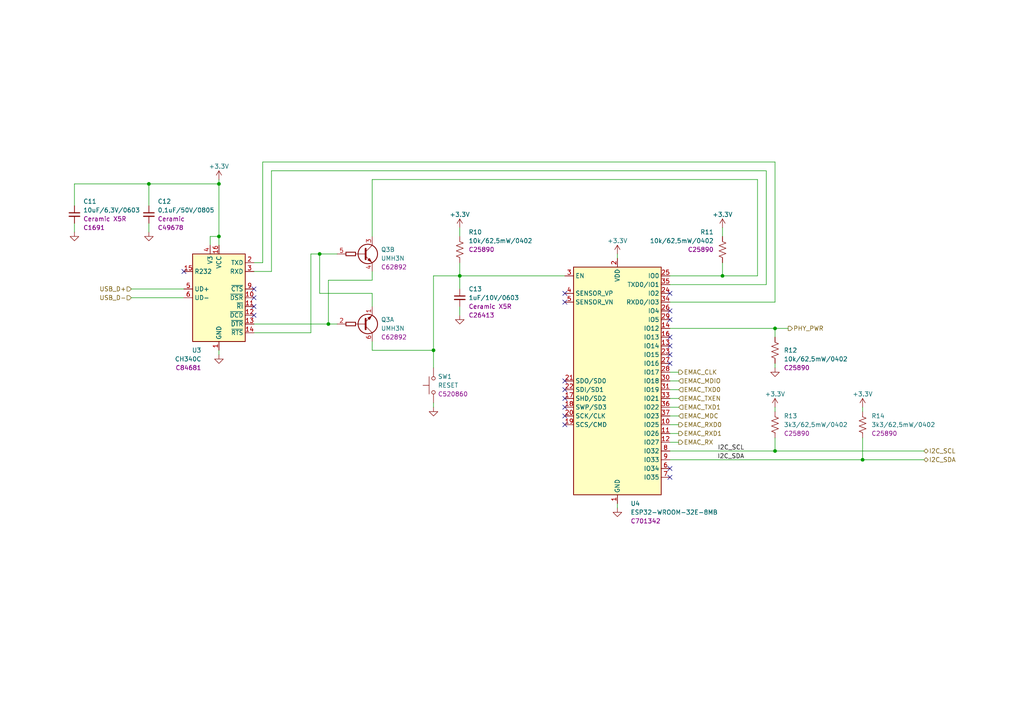
<source format=kicad_sch>
(kicad_sch (version 20230121) (generator eeschema)
  (paper "A4")
  (title_block (title "ESP 16x 24VDC Input 16x External Relay Output Module") (date "2022-10-20") (rev "V1"))
  (lib_symbols
    (symbol "Device:C_Small" (pin_numbers hide) (pin_names (offset 0.254) hide)
      (property "Reference" "C" (at 0.254 1.778 0))
      (property "Value" "C_Small" (at 0.254 -2.032 0))
      (symbol "C_Small_0_1"
        (polyline (pts (xy -1.524 -0.508) (xy 1.524 -0.508)) (stroke (width 0.3302)))
        (polyline (pts (xy -1.524 0.508) (xy 1.524 0.508)) (stroke (width 0.3048)))
      )
      (symbol "C_Small_1_1"
        (pin passive line (at 0 2.54 270) (length 2.032) (name "~") (number "1"))
        (pin passive line (at 0 -2.54 90) (length 2.032) (name "~") (number "2"))
      )
    )
    (symbol "Device:R_US" (pin_numbers hide) (pin_names (offset 0))
      (property "Reference" "R" (at 2.54 0 90))
      (property "Value" "R_US" (at -2.54 0 90))
      (symbol "R_US_0_1"
        (polyline (pts (xy 0 -2.286) (xy 0 -2.54)))
        (polyline (pts (xy 0 2.286) (xy 0 2.54)))
        (polyline (pts (xy 0 -0.762) (xy 1.016 -1.143) (xy 0 -1.524) (xy -1.016 -1.905) (xy 0 -2.286)))
        (polyline (pts (xy 0 0.762) (xy 1.016 0.381) (xy 0 0) (xy -1.016 -0.381) (xy 0 -0.762)))
        (polyline (pts (xy 0 2.286) (xy 1.016 1.905) (xy 0 1.524) (xy -1.016 1.143) (xy 0 0.762)))
      )
      (symbol "R_US_1_1"
        (pin passive line (at 0 3.81 270) (length 1.27) (name "~") (number "1"))
        (pin passive line (at 0 -3.81 90) (length 1.27) (name "~") (number "2"))
      )
    )
    (symbol "Interface_USB:CH340C"
      (property "Reference" "U" (at -5.08 13.97 0))
      (property "Value" "CH340C" (at 1.27 13.97 0))
      (symbol "CH340C_0_1"
        (rectangle (start -7.62 12.7) (end 7.62 -12.7) (stroke (width 0.254)) (fill (type background)))
      )
      (symbol "CH340C_1_1"
        (pin power_in line (at 0 -15.24 90) (length 2.54) (name "GND") (number "1"))
        (pin input line (at 10.16 0 180) (length 2.54) (name "~{DSR}") (number "10"))
        (pin input line (at 10.16 -2.54 180) (length 2.54) (name "~{RI}") (number "11"))
        (pin input line (at 10.16 -5.08 180) (length 2.54) (name "~{DCD}") (number "12"))
        (pin output line (at 10.16 -7.62 180) (length 2.54) (name "~{DTR}") (number "13"))
        (pin output line (at 10.16 -10.16 180) (length 2.54) (name "~{RTS}") (number "14"))
        (pin input line (at -10.16 7.62 0) (length 2.54) (name "R232") (number "15"))
        (pin power_in line (at 0 15.24 270) (length 2.54) (name "VCC") (number "16"))
        (pin output line (at 10.16 10.16 180) (length 2.54) (name "TXD") (number "2"))
        (pin input line (at 10.16 7.62 180) (length 2.54) (name "RXD") (number "3"))
        (pin passive line (at -2.54 15.24 270) (length 2.54) (name "V3") (number "4"))
        (pin bidirectional line (at -10.16 2.54 0) (length 2.54) (name "UD+") (number "5"))
        (pin bidirectional line (at -10.16 0 0) (length 2.54) (name "UD-") (number "6"))
        (pin no_connect line (at -7.62 -7.62 0) (length 2.54) hide (name "NC") (number "7"))
        (pin no_connect line (at -7.62 -10.16 0) (length 2.54) hide (name "NC") (number "8"))
        (pin input line (at 10.16 2.54 180) (length 2.54) (name "~{CTS}") (number "9"))
      )
    )
    (symbol "RF_Module:ESP32-WROOM-32"
      (property "Reference" "U" (at -12.7 34.29 0))
      (property "Value" "ESP32-WROOM-32" (at 1.27 34.29 0))
      (symbol "ESP32-WROOM-32_0_1"
        (rectangle (start -12.7 33.02) (end 12.7 -33.02) (stroke (width 0.254)) (fill (type background)))
      )
      (symbol "ESP32-WROOM-32_1_1"
        (pin power_in line (at 0 -35.56 90) (length 2.54) (name "GND") (number "1"))
        (pin bidirectional line (at 15.24 -12.7 180) (length 2.54) (name "IO25") (number "10"))
        (pin bidirectional line (at 15.24 -15.24 180) (length 2.54) (name "IO26") (number "11"))
        (pin bidirectional line (at 15.24 -17.78 180) (length 2.54) (name "IO27") (number "12"))
        (pin bidirectional line (at 15.24 10.16 180) (length 2.54) (name "IO14") (number "13"))
        (pin bidirectional line (at 15.24 15.24 180) (length 2.54) (name "IO12") (number "14"))
        (pin passive line (at 0 -35.56 90) (length 2.54) hide (name "GND") (number "15"))
        (pin bidirectional line (at 15.24 12.7 180) (length 2.54) (name "IO13") (number "16"))
        (pin bidirectional line (at -15.24 -5.08 0) (length 2.54) (name "SHD/SD2") (number "17"))
        (pin bidirectional line (at -15.24 -7.62 0) (length 2.54) (name "SWP/SD3") (number "18"))
        (pin bidirectional line (at -15.24 -12.7 0) (length 2.54) (name "SCS/CMD") (number "19"))
        (pin power_in line (at 0 35.56 270) (length 2.54) (name "VDD") (number "2"))
        (pin bidirectional line (at -15.24 -10.16 0) (length 2.54) (name "SCK/CLK") (number "20"))
        (pin bidirectional line (at -15.24 0 0) (length 2.54) (name "SDO/SD0") (number "21"))
        (pin bidirectional line (at -15.24 -2.54 0) (length 2.54) (name "SDI/SD1") (number "22"))
        (pin bidirectional line (at 15.24 7.62 180) (length 2.54) (name "IO15") (number "23"))
        (pin bidirectional line (at 15.24 25.4 180) (length 2.54) (name "IO2") (number "24"))
        (pin bidirectional line (at 15.24 30.48 180) (length 2.54) (name "IO0") (number "25"))
        (pin bidirectional line (at 15.24 20.32 180) (length 2.54) (name "IO4") (number "26"))
        (pin bidirectional line (at 15.24 5.08 180) (length 2.54) (name "IO16") (number "27"))
        (pin bidirectional line (at 15.24 2.54 180) (length 2.54) (name "IO17") (number "28"))
        (pin bidirectional line (at 15.24 17.78 180) (length 2.54) (name "IO5") (number "29"))
        (pin input line (at -15.24 30.48 0) (length 2.54) (name "EN") (number "3"))
        (pin bidirectional line (at 15.24 0 180) (length 2.54) (name "IO18") (number "30"))
        (pin bidirectional line (at 15.24 -2.54 180) (length 2.54) (name "IO19") (number "31"))
        (pin no_connect line (at -12.7 -27.94 0) (length 2.54) hide (name "NC") (number "32"))
        (pin bidirectional line (at 15.24 -5.08 180) (length 2.54) (name "IO21") (number "33"))
        (pin bidirectional line (at 15.24 22.86 180) (length 2.54) (name "RXD0/IO3") (number "34"))
        (pin bidirectional line (at 15.24 27.94 180) (length 2.54) (name "TXD0/IO1") (number "35"))
        (pin bidirectional line (at 15.24 -7.62 180) (length 2.54) (name "IO22") (number "36"))
        (pin bidirectional line (at 15.24 -10.16 180) (length 2.54) (name "IO23") (number "37"))
        (pin passive line (at 0 -35.56 90) (length 2.54) hide (name "GND") (number "38"))
        (pin passive line (at 0 -35.56 90) (length 2.54) hide (name "GND") (number "39"))
        (pin input line (at -15.24 25.4 0) (length 2.54) (name "SENSOR_VP") (number "4"))
        (pin input line (at -15.24 22.86 0) (length 2.54) (name "SENSOR_VN") (number "5"))
        (pin input line (at 15.24 -25.4 180) (length 2.54) (name "IO34") (number "6"))
        (pin input line (at 15.24 -27.94 180) (length 2.54) (name "IO35") (number "7"))
        (pin bidirectional line (at 15.24 -20.32 180) (length 2.54) (name "IO32") (number "8"))
        (pin bidirectional line (at 15.24 -22.86 180) (length 2.54) (name "IO33") (number "9"))
      )
    )
    (symbol "Switch:SW_Push" (pin_numbers hide) (pin_names (offset 1.016) hide)
      (property "Reference" "SW" (at 1.27 2.54 0))
      (property "Value" "SW_Push" (at 0 -1.524 0))
      (symbol "SW_Push_0_1"
        (circle (center -2.032 0) (radius 0.508))
        (polyline (pts (xy 0 1.27) (xy 0 3.048)))
        (polyline (pts (xy 2.54 1.27) (xy -2.54 1.27)))
        (circle (center 2.032 0) (radius 0.508))
        (pin passive line (at -5.08 0 0) (length 2.54) (name "1") (number "1"))
        (pin passive line (at 5.08 0 180) (length 2.54) (name "2") (number "2"))
      )
    )
    (symbol "Tales:+3.3V" (power) (pin_names (offset 0))
      (property "Value" "+3.3V" (at 0 3.556 0))
      (symbol "+3.3V_0_1"
        (polyline (pts (xy -0.762 1.27) (xy 0 2.54)))
        (polyline (pts (xy 0 0) (xy 0 2.54)))
        (polyline (pts (xy 0 2.54) (xy 0.762 1.27)))
      )
      (symbol "+3.3V_1_1"
        (pin power_in line (at 0 0 90) (length 0) hide (name "+3.3V") (number "1"))
      )
    )
    (symbol "Transistor_BJT:UMH3N" (pin_names hide)
      (property "Reference" "Q" (at 7.62 1.27 0))
      (property "Value" "UMH3N" (at 7.62 -1.27 0))
      (symbol "UMH3N_0_1"
        (polyline (pts (xy 3.175 0) (xy 0.254 0)))
        (polyline (pts (xy 3.175 0.635) (xy 5.08 2.54)))
        (polyline (pts (xy 3.175 1.524) (xy 3.175 -1.524)) (stroke (width 0.508)))
        (polyline (pts (xy 3.175 -0.635) (xy 5.08 -2.54) (xy 5.08 -2.54)))
        (polyline (pts (xy 3.81 -1.778) (xy 4.318 -1.27) (xy 4.826 -2.286) (xy 3.81 -1.778) (xy 3.81 -1.778)) (fill (type outline)))
        (rectangle (start 0.254 0.508) (end -2.54 -0.508) (stroke (width 0.254)))
        (circle (center 3.81 0) (radius 2.8194) (stroke (width 0.254)))
      )
      (symbol "UMH3N_1_1"
        (pin passive line (at 5.08 -5.08 90) (length 2.54) (name "E1") (number "1"))
        (pin input line (at -5.08 0 0) (length 2.54) (name "B1") (number "2"))
        (pin passive line (at 5.08 5.08 270) (length 2.54) (name "C1") (number "6"))
      )
      (symbol "UMH3N_2_1"
        (pin passive line (at 5.08 5.08 270) (length 2.54) (name "C2") (number "3"))
        (pin passive line (at 5.08 -5.08 90) (length 2.54) (name "E2") (number "4"))
        (pin input line (at -5.08 0 0) (length 2.54) (name "B2") (number "5"))
      )
    )
    (symbol "power:+3.3V" (power) (pin_names (offset 0))
      (property "Value" "+3.3V" (at 0 3.556 0))
      (symbol "+3.3V_0_1"
        (polyline (pts (xy -0.762 1.27) (xy 0 2.54)))
        (polyline (pts (xy 0 0) (xy 0 2.54)))
        (polyline (pts (xy 0 2.54) (xy 0.762 1.27)))
      )
      (symbol "+3.3V_1_1"
        (pin power_in line (at 0 0 90) (length 0) hide (name "+3.3V") (number "1"))
      )
    )
    (symbol "power:GND" (power) (pin_names (offset 0))
      (property "Value" "GND" (at 0 -3.81 0))
      (symbol "GND_0_1"
        (polyline (pts (xy 0 0) (xy 0 -1.27) (xy 1.27 -1.27) (xy 0 -2.54) (xy -1.27 -1.27) (xy 0 -1.27)))
      )
      (symbol "GND_1_1"
        (pin power_in line (at 0 0 270) (length 0) hide (name "GND") (number "1"))
      )
    )
  )
  (junction (at 63.5 53.34))
  (junction (at 125.73 101.6))
  (junction (at 133.35 80.01))
  (junction (at 43.18 53.34))
  (junction (at 250.19 133.35))
  (junction (at 209.55 80.01))
  (junction (at 224.79 130.81))
  (junction (at 92.71 73.66))
  (junction (at 63.5 68.58))
  (junction (at 224.79 95.25))
  (junction (at 95.25 93.98))
  (no_connect (at 163.83 87.63))
  (no_connect (at 194.31 105.41))
  (no_connect (at 163.83 123.19))
  (no_connect (at 194.31 85.09))
  (no_connect (at 194.31 97.79))
  (no_connect (at 73.66 86.36))
  (no_connect (at 194.31 92.71))
  (no_connect (at 163.83 110.49))
  (no_connect (at 73.66 91.44))
  (no_connect (at 163.83 85.09))
  (no_connect (at 53.34 78.74))
  (no_connect (at 163.83 115.57))
  (no_connect (at 163.83 118.11))
  (no_connect (at 194.31 102.87))
  (no_connect (at 73.66 88.9))
  (no_connect (at 194.31 135.89))
  (no_connect (at 73.66 83.82))
  (no_connect (at 163.83 120.65))
  (no_connect (at 194.31 100.33))
  (no_connect (at 194.31 90.17))
  (no_connect (at 194.31 138.43))
  (no_connect (at 163.83 113.03))
  (wire (pts (xy 133.35 88.9) (xy 133.35 91.44)))
  (wire (pts (xy 133.35 76.2) (xy 133.35 80.01)))
  (wire (pts (xy 194.31 118.11) (xy 196.85 118.11)))
  (wire (pts (xy 21.59 64.77) (xy 21.59 67.31)))
  (wire (pts (xy 63.5 101.6) (xy 63.5 102.87)))
  (wire (pts (xy 90.17 96.52) (xy 90.17 73.66)))
  (wire (pts (xy 194.31 123.19) (xy 196.85 123.19)))
  (wire (pts (xy 38.1 86.36) (xy 53.34 86.36)))
  (wire (pts (xy 107.95 52.07) (xy 219.71 52.07)))
  (wire (pts (xy 194.31 80.01) (xy 209.55 80.01)))
  (wire (pts (xy 125.73 101.6) (xy 125.73 80.01)))
  (wire (pts (xy 133.35 66.04) (xy 133.35 68.58)))
  (wire (pts (xy 194.31 128.27) (xy 196.85 128.27)))
  (wire (pts (xy 194.31 120.65) (xy 196.85 120.65)))
  (wire (pts (xy 194.31 110.49) (xy 196.85 110.49)))
  (wire (pts (xy 224.79 118.11) (xy 224.79 119.38)))
  (wire (pts (xy 194.31 115.57) (xy 196.85 115.57)))
  (wire (pts (xy 38.1 83.82) (xy 53.34 83.82)))
  (wire (pts (xy 63.5 53.34) (xy 63.5 68.58)))
  (wire (pts (xy 194.31 95.25) (xy 224.79 95.25)))
  (wire (pts (xy 63.5 68.58) (xy 63.5 71.12)))
  (wire (pts (xy 179.07 73.66) (xy 179.07 74.93)))
  (wire (pts (xy 73.66 78.74) (xy 78.74 78.74)))
  (wire (pts (xy 224.79 95.25) (xy 228.6 95.25)))
  (wire (pts (xy 92.71 73.66) (xy 97.79 73.66)))
  (wire (pts (xy 78.74 49.53) (xy 78.74 78.74)))
  (wire (pts (xy 222.25 49.53) (xy 222.25 82.55)))
  (wire (pts (xy 43.18 53.34) (xy 63.5 53.34)))
  (wire (pts (xy 107.95 68.58) (xy 107.95 52.07)))
  (wire (pts (xy 179.07 146.05) (xy 179.07 147.32)))
  (wire (pts (xy 73.66 76.2) (xy 76.2 76.2)))
  (wire (pts (xy 194.31 107.95) (xy 196.85 107.95)))
  (wire (pts (xy 76.2 46.99) (xy 224.79 46.99)))
  (wire (pts (xy 92.71 73.66) (xy 92.71 85.09)))
  (wire (pts (xy 43.18 64.77) (xy 43.18 67.31)))
  (wire (pts (xy 209.55 76.2) (xy 209.55 80.01)))
  (wire (pts (xy 133.35 80.01) (xy 163.83 80.01)))
  (wire (pts (xy 90.17 73.66) (xy 92.71 73.66)))
  (wire (pts (xy 21.59 59.69) (xy 21.59 53.34)))
  (wire (pts (xy 73.66 93.98) (xy 95.25 93.98)))
  (wire (pts (xy 43.18 53.34) (xy 43.18 59.69)))
  (wire (pts (xy 222.25 82.55) (xy 194.31 82.55)))
  (wire (pts (xy 95.25 81.28) (xy 95.25 93.98)))
  (wire (pts (xy 107.95 81.28) (xy 95.25 81.28)))
  (wire (pts (xy 224.79 105.41) (xy 224.79 106.68)))
  (wire (pts (xy 63.5 52.07) (xy 63.5 53.34)))
  (wire (pts (xy 224.79 95.25) (xy 224.79 97.79)))
  (wire (pts (xy 224.79 87.63) (xy 194.31 87.63)))
  (wire (pts (xy 107.95 85.09) (xy 92.71 85.09)))
  (wire (pts (xy 194.31 133.35) (xy 250.19 133.35)))
  (wire (pts (xy 21.59 53.34) (xy 43.18 53.34)))
  (wire (pts (xy 60.96 71.12) (xy 60.96 68.58)))
  (wire (pts (xy 194.31 130.81) (xy 224.79 130.81)))
  (wire (pts (xy 107.95 99.06) (xy 107.95 101.6)))
  (wire (pts (xy 76.2 76.2) (xy 76.2 46.99)))
  (wire (pts (xy 224.79 130.81) (xy 267.97 130.81)))
  (wire (pts (xy 250.19 118.11) (xy 250.19 119.38)))
  (wire (pts (xy 194.31 113.03) (xy 196.85 113.03)))
  (wire (pts (xy 133.35 80.01) (xy 133.35 83.82)))
  (wire (pts (xy 219.71 52.07) (xy 219.71 80.01)))
  (wire (pts (xy 224.79 46.99) (xy 224.79 87.63)))
  (wire (pts (xy 209.55 80.01) (xy 219.71 80.01)))
  (wire (pts (xy 250.19 127) (xy 250.19 133.35)))
  (wire (pts (xy 107.95 88.9) (xy 107.95 85.09)))
  (wire (pts (xy 194.31 125.73) (xy 196.85 125.73)))
  (wire (pts (xy 209.55 66.04) (xy 209.55 68.58)))
  (wire (pts (xy 107.95 101.6) (xy 125.73 101.6)))
  (wire (pts (xy 73.66 96.52) (xy 90.17 96.52)))
  (wire (pts (xy 125.73 116.84) (xy 125.73 118.11)))
  (wire (pts (xy 107.95 78.74) (xy 107.95 81.28)))
  (wire (pts (xy 125.73 80.01) (xy 133.35 80.01)))
  (wire (pts (xy 224.79 127) (xy 224.79 130.81)))
  (wire (pts (xy 78.74 49.53) (xy 222.25 49.53)))
  (wire (pts (xy 95.25 93.98) (xy 97.79 93.98)))
  (wire (pts (xy 125.73 101.6) (xy 125.73 106.68)))
  (wire (pts (xy 60.96 68.58) (xy 63.5 68.58)))
  (wire (pts (xy 250.19 133.35) (xy 267.97 133.35)))
  (label "I2C_SCL" (at 215.9 130.81 180))
  (label "I2C_SDA" (at 215.9 133.35 180))
  (hierarchical_label "PHY_PWR" (shape output) (at 228.6 95.25 0))
  (hierarchical_label "EMAC_MDIO" (shape input) (at 196.85 110.49 0))
  (hierarchical_label "EMAC_TXD1" (shape input) (at 196.85 118.11 0))
  (hierarchical_label "EMAC_RX" (shape output) (at 196.85 128.27 0))
  (hierarchical_label "EMAC_CLK" (shape output) (at 196.85 107.95 0))
  (hierarchical_label "EMAC_RXD1" (shape output) (at 196.85 125.73 0))
  (hierarchical_label "I2C_SDA" (shape bidirectional) (at 267.97 133.35 0))
  (hierarchical_label "EMAC_TXEN" (shape input) (at 196.85 115.57 0))
  (hierarchical_label "EMAC_RXD0" (shape output) (at 196.85 123.19 0))
  (hierarchical_label "EMAC_TXD0" (shape input) (at 196.85 113.03 0))
  (hierarchical_label "EMAC_MDC" (shape input) (at 196.85 120.65 0))
  (hierarchical_label "I2C_SCL" (shape bidirectional) (at 267.97 130.81 0))
  (hierarchical_label "USB_D+" (shape input) (at 38.1 83.82 180))
  (hierarchical_label "USB_D-" (shape input) (at 38.1 86.36 180))
  (symbol (lib_id "power:+3.3V") (at 250.19 118.11 0) (unit 1)
    (property "Reference" "#PWR035" (effects hide))
    (property "Value" "+3.3V" (at 250.19 114.3 0))
  )
  (symbol (lib_id "Device:C_Small") (at 133.35 86.36 0) (unit 1)
    (property "Reference" "C13" (at 135.89 83.8262 0) (effects (justify left)))
    (property "Value" "1uF/10V/0603" (at 135.89 86.3662 0) (effects (justify left)))
    (property "Footprint" "Tales:C_0603_1608Metric" (effects hide))
    (property "Case" "0603/1608" (effects hide))
    (property "JLCPCB BOM" "1" (effects hide))
    (property "LCSC Part #" "C26413" (at 135.89 91.44 0) (effects (justify left)))
    (property "Mfr" "Samsung" (effects hide))
    (property "Mfr PN" "CL10A105KP8NNNC" (effects hide))
    (property "Technology" "Ceramic X5R" (at 135.89 88.9 0) (effects (justify left)))
    (property "Vendor" "JLCPCB" (effects hide))
    (property "Vendor PN" "C26413" (effects hide))
  )
  (symbol (lib_id "Device:R_US") (at 209.55 72.39 0) (unit 1)
    (property "Reference" "R11" (at 207.01 67.31 0) (effects (justify right)))
    (property "Value" "10k/62,5mW/0402" (at 207.01 69.85 0) (effects (justify right)))
    (property "Footprint" "Tales:R_0402_1005Metric" (effects hide))
    (property "Case" "0402/1005" (effects hide))
    (property "Mfr" "Uniroyal" (effects hide))
    (property "Vendor" "JLCPCB" (effects hide))
    (property "Mfr PN" "0402WGF1002TCE" (effects hide))
    (property "Vendor PN" "C25890" (effects hide))
    (property "LCSC Part #" "C25890" (at 207.01 72.39 0) (effects (justify right)))
    (property "JLCPCB BOM" "1" (effects hide))
  )
  (symbol (lib_id "power:GND") (at 43.18 67.31 0) (unit 1)
    (property "Reference" "#PWR024" (effects hide))
    (property "Value" "GNDREF" (effects hide))
  )
  (symbol (lib_id "Transistor_BJT:UMH3N") (at 102.87 73.66 0) (unit 2)
    (property "Reference" "Q3" (at 110.49 72.3899 0) (effects (justify left)))
    (property "Value" "UMH3N" (at 110.49 74.9299 0) (effects (justify left)))
    (property "Footprint" "Tales:SOT-363_SC-70-6" (effects hide))
    (property "Datasheet" "http://rohmfs.rohm.com/en/products/databook/datasheet/discrete/transistor/digital/emh3t2r-e.pdf" (effects hide))
    (property "JLCPCB BOM" "1" (effects hide))
    (property "LCSC Part #" "C62892" (at 110.49 77.47 0) (effects (justify left)))
    (property "Vendor" "JLCPCB" (effects hide))
    (property "Vendor PN" "C62892" (effects hide))
    (property "Case" "SOT-363" (effects hide))
    (property "Mfr" "Jiangsu" (effects hide))
    (property "Mfr PN" "UMH3N" (effects hide))
  )
  (symbol (lib_id "Device:R_US") (at 224.79 101.6 0) (unit 1)
    (property "Reference" "R12" (at 227.33 101.6 0) (effects (justify left)))
    (property "Value" "10k/62,5mW/0402" (at 227.33 104.14 0) (effects (justify left)))
    (property "Footprint" "Tales:R_0402_1005Metric" (effects hide))
    (property "Case" "0402/1005" (effects hide))
    (property "Mfr" "Uniroyal" (effects hide))
    (property "Vendor" "JLCPCB" (effects hide))
    (property "Mfr PN" "0402WGF1002TCE" (effects hide))
    (property "Vendor PN" "C25890" (effects hide))
    (property "LCSC Part #" "C25890" (at 227.33 106.68 0) (effects (justify left)))
    (property "JLCPCB BOM" "1" (effects hide))
  )
  (symbol (lib_id "Device:C_Small") (at 21.59 62.23 0) (unit 1)
    (property "Reference" "C11" (at 24.13 58.42 0) (effects (justify left)))
    (property "Value" "10uF/6,3V/0603" (at 24.13 60.96 0) (effects (justify left)))
    (property "Footprint" "Tales:C_0603_1608Metric" (effects hide))
    (property "Technology" "Ceramic X5R" (at 24.13 63.5 0) (effects (justify left)))
    (property "Case" "0603/1608" (effects hide))
    (property "Mfr" "Samsung" (effects hide))
    (property "Mfr PN" "CL10A106MQ8NNNC" (effects hide))
    (property "Vendor" "JLCPCB" (effects hide))
    (property "Vendor PN" "C1691" (effects hide))
    (property "LCSC Part #" "C1691" (at 24.13 66.04 0) (effects (justify left)))
    (property "JLCPCB BOM" "1" (effects hide))
  )
  (symbol (lib_id "Transistor_BJT:UMH3N") (at 102.87 93.98 0) (mirror x) (unit 1)
    (property "Reference" "Q3" (at 110.49 92.7099 0) (effects (justify left)))
    (property "Value" "UMH3N" (at 110.49 95.2499 0) (effects (justify left)))
    (property "Footprint" "Tales:SOT-363_SC-70-6" (effects hide))
    (property "Datasheet" "http://rohmfs.rohm.com/en/products/databook/datasheet/discrete/transistor/digital/emh3t2r-e.pdf" (effects hide))
    (property "JLCPCB BOM" "1" (effects hide))
    (property "LCSC Part #" "C62892" (at 110.49 97.79 0) (effects (justify left)))
    (property "Vendor" "JLCPCB" (effects hide))
    (property "Vendor PN" "C62892" (effects hide))
    (property "Case" "SOT-363" (effects hide))
    (property "Mfr" "Jiangsu" (effects hide))
    (property "Mfr PN" "UMH3N" (effects hide))
  )
  (symbol (lib_id "power:GND") (at 224.79 106.68 0) (unit 1)
    (property "Reference" "#PWR033" (effects hide))
    (property "Value" "GNDREF" (effects hide))
  )
  (symbol (lib_id "Device:R_US") (at 250.19 123.19 0) (unit 1)
    (property "Reference" "R14" (at 252.73 120.65 0) (effects (justify left)))
    (property "Value" "3k3/62,5mW/0402" (at 252.73 123.19 0) (effects (justify left)))
    (property "Footprint" "Tales:R_0402_1005Metric" (effects hide))
    (property "Case" "0402/1005" (effects hide))
    (property "Mfr" "Uniroyal" (effects hide))
    (property "Vendor" "JLCPCB" (effects hide))
    (property "Mfr PN" "0402WGF3301TCE" (effects hide))
    (property "Vendor PN" "C25890" (effects hide))
    (property "LCSC Part #" "C25890" (at 252.73 125.73 0) (effects (justify left)))
    (property "JLCPCB BOM" "1" (effects hide))
  )
  (symbol (lib_id "Switch:SW_Push") (at 125.73 111.76 90) (unit 1)
    (property "Reference" "SW1" (at 127 109.22 90) (effects (justify right)))
    (property "Value" "RESET" (at 127 111.76 90) (effects (justify right)))
    (property "Footprint" "Tales:SW_SPST_Yuandi_TS1092SB3D2G" (effects hide))
    (property "JLCPCB BOM" "1" (effects hide))
    (property "LCSC Part #" "C520860" (at 127 114.3001 90) (effects (justify right)))
    (property "Mfr" "Yuandi" (effects hide))
    (property "Mfr PN" "TS-1092S-B3D2-G" (effects hide))
    (property "Vendor" "JLCPCB" (effects hide))
    (property "Vendor PN" "C520860" (effects hide))
  )
  (symbol (lib_id "Device:R_US") (at 133.35 72.39 0) (unit 1)
    (property "Reference" "R10" (at 135.89 67.31 0) (effects (justify left)))
    (property "Value" "10k/62,5mW/0402" (at 135.89 69.85 0) (effects (justify left)))
    (property "Footprint" "Tales:R_0402_1005Metric" (effects hide))
    (property "Case" "0402/1005" (effects hide))
    (property "Mfr" "Uniroyal" (effects hide))
    (property "Vendor" "JLCPCB" (effects hide))
    (property "Mfr PN" "0402WGF1002TCE" (effects hide))
    (property "Vendor PN" "C25890" (effects hide))
    (property "LCSC Part #" "C25890" (at 135.89 72.39 0) (effects (justify left)))
    (property "JLCPCB BOM" "1" (effects hide))
  )
  (symbol (lib_id "power:GND") (at 21.59 67.31 0) (unit 1)
    (property "Reference" "#PWR023" (effects hide))
    (property "Value" "GNDREF" (effects hide))
  )
  (symbol (lib_id "power:+3.3V") (at 63.5 52.07 0) (unit 1)
    (property "Reference" "#PWR025" (effects hide))
    (property "Value" "+3.3V" (at 63.5 48.26 0))
  )
  (symbol (lib_id "power:+3.3V") (at 133.35 66.04 0) (unit 1)
    (property "Reference" "#PWR028" (effects hide))
    (property "Value" "+3.3V" (at 133.35 62.23 0))
  )
  (symbol (lib_id "Interface_USB:CH340C") (at 63.5 86.36 0) (unit 1)
    (property "Reference" "U3" (at 58.42 101.6 0) (effects (justify right)))
    (property "Value" "CH340C" (at 58.42 104.14 0) (effects (justify right)))
    (property "Footprint" "Package_SO:SOIC-16_3.9x9.9mm_P1.27mm" (effects hide))
    (property "Datasheet" "https://datasheet.lcsc.com/szlcsc/Jiangsu-Qin-Heng-CH340C_C84681.pdf" (effects hide))
    (property "Case" "SOIC-16" (effects hide))
    (property "JLCPCB BOM" "1" (effects hide))
    (property "LCSC Part #" "C84681" (at 58.42 106.68 0) (effects (justify right)))
    (property "Mfr" "WCH" (effects hide))
    (property "Mfr PN" "CH340C" (effects hide))
    (property "Vendor" "JLCPCB" (effects hide))
    (property "Vendor PN" "C84681" (effects hide))
  )
  (symbol (lib_id "power:GND") (at 63.5 102.87 0) (unit 1)
    (property "Reference" "#PWR026" (effects hide))
    (property "Value" "GNDREF" (effects hide))
  )
  (symbol (lib_id "Device:R_US") (at 224.79 123.19 0) (unit 1)
    (property "Reference" "R13" (at 227.33 120.65 0) (effects (justify left)))
    (property "Value" "3k3/62,5mW/0402" (at 227.33 123.19 0) (effects (justify left)))
    (property "Footprint" "Tales:R_0402_1005Metric" (effects hide))
    (property "Case" "0402/1005" (effects hide))
    (property "Mfr" "Uniroyal" (effects hide))
    (property "Vendor" "JLCPCB" (effects hide))
    (property "Mfr PN" "0402WGF3301TCE" (effects hide))
    (property "Vendor PN" "C25890" (effects hide))
    (property "LCSC Part #" "C25890" (at 227.33 125.73 0) (effects (justify left)))
    (property "JLCPCB BOM" "1" (effects hide))
  )
  (symbol (lib_id "RF_Module:ESP32-WROOM-32") (at 179.07 110.49 0) (unit 1)
    (property "Reference" "U4" (at 182.88 146.05 0) (effects (justify left)))
    (property "Value" "ESP32-WROOM-32E-8MB" (at 182.88 148.59 0) (effects (justify left)))
    (property "Footprint" "Tales:ESP32-WROOM-32" (effects hide))
    (property "Datasheet" "https://www.espressif.com/sites/default/files/documentation/esp32-wroom-32_datasheet_en.pdf" (effects hide))
    (property "JLCPCB BOM" "1" (effects hide))
    (property "LCSC Part #" "C701342" (at 182.88 151.13 0) (effects (justify left)))
    (property "Mfr" "Expressif" (effects hide))
    (property "Mfr PN" "ESP32-WROOM-32E(8MB)" (effects hide))
    (property "Vendor" "JLCPCB" (effects hide))
    (property "Vendor PN" "C701342" (effects hide))
    (property "Case" "ESP32-WROOM" (effects hide))
  )
  (symbol (lib_id "Device:C_Small") (at 43.18 62.23 0) (unit 1)
    (property "Reference" "C12" (at 45.72 58.42 0) (effects (justify left)))
    (property "Value" "0,1uF/50V/0805" (at 45.72 60.96 0) (effects (justify left)))
    (property "Footprint" "Tales:C_0805_2012Metric" (effects hide))
    (property "Technology" "Ceramic" (at 45.72 63.5 0) (effects (justify left)))
    (property "Case" "0805/2012" (effects hide))
    (property "Mfr" "Yageo" (effects hide))
    (property "Mfr PN" "CC0805KRX7R9BB104" (effects hide))
    (property "Vendor" "JLCPCB" (effects hide))
    (property "Vendor PN" "C49678" (effects hide))
    (property "LCSC Part #" "C49678" (at 45.72 66.04 0) (effects (justify left)))
    (property "JLCPCB BOM" "1" (effects hide))
  )
  (symbol (lib_id "Tales:+3.3V") (at 179.07 73.66 0) (unit 1)
    (property "Reference" "#PWR030" (effects hide))
    (property "Value" "+3.3V" (at 179.07 69.85 0))
  )
  (symbol (lib_id "power:GND") (at 125.73 118.11 0) (unit 1)
    (property "Reference" "#PWR027" (effects hide))
    (property "Value" "GNDREF" (effects hide))
  )
  (symbol (lib_id "power:GND") (at 133.35 91.44 0) (unit 1)
    (property "Reference" "#PWR029" (effects hide))
    (property "Value" "GNDREF" (effects hide))
  )
  (symbol (lib_id "power:GND") (at 179.07 147.32 0) (unit 1)
    (property "Reference" "#PWR031" (effects hide))
    (property "Value" "GNDREF" (effects hide))
  )
  (symbol (lib_id "power:+3.3V") (at 209.55 66.04 0) (unit 1)
    (property "Reference" "#PWR032" (effects hide))
    (property "Value" "+3.3V" (at 209.55 62.23 0))
  )
  (symbol (lib_id "power:+3.3V") (at 224.79 118.11 0) (unit 1)
    (property "Reference" "#PWR034" (effects hide))
    (property "Value" "+3.3V" (at 224.79 114.3 0))
  )
)
</source>
